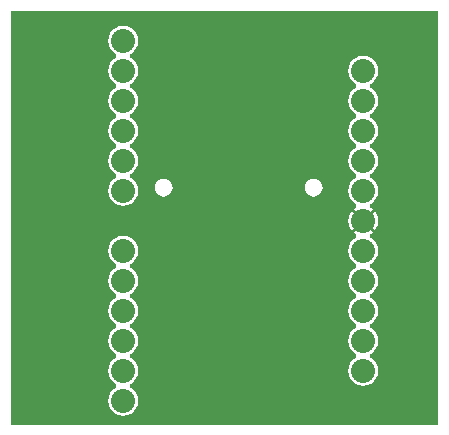
<source format=gbl>
G04*
G04 #@! TF.GenerationSoftware,Altium Limited,Altium Designer,24.9.1 (31)*
G04*
G04 Layer_Physical_Order=2*
G04 Layer_Color=16711680*
%FSLAX44Y44*%
%MOMM*%
G71*
G04*
G04 #@! TF.SameCoordinates,8B15B8A4-CC8F-4B91-B826-D3DC1A653359*
G04*
G04*
G04 #@! TF.FilePolarity,Positive*
G04*
G01*
G75*
%ADD23C,2.0320*%
%ADD24C,0.6096*%
G36*
X361950D02*
X0D01*
Y350520D01*
X361950D01*
Y0D01*
D02*
G37*
%LPC*%
G36*
X256523Y208265D02*
X254555Y208006D01*
X252721Y207246D01*
X251146Y206038D01*
X249937Y204463D01*
X249178Y202628D01*
X248918Y200660D01*
X249178Y198692D01*
X249937Y196857D01*
X251146Y195282D01*
X252721Y194074D01*
X254555Y193314D01*
X256523Y193055D01*
X258492Y193314D01*
X260326Y194074D01*
X261901Y195282D01*
X263110Y196857D01*
X263869Y198692D01*
X264129Y200660D01*
X263869Y202628D01*
X263110Y204463D01*
X261901Y206038D01*
X260326Y207246D01*
X258492Y208006D01*
X256523Y208265D01*
D02*
G37*
G36*
X129523D02*
X127555Y208006D01*
X125721Y207246D01*
X124146Y206038D01*
X122937Y204463D01*
X122178Y202628D01*
X121918Y200660D01*
X122178Y198692D01*
X122937Y196857D01*
X124146Y195282D01*
X125721Y194074D01*
X127555Y193314D01*
X129523Y193055D01*
X131492Y193314D01*
X133326Y194074D01*
X134901Y195282D01*
X136110Y196857D01*
X136869Y198692D01*
X137129Y200660D01*
X136869Y202628D01*
X136110Y204463D01*
X134901Y206038D01*
X133326Y207246D01*
X131492Y208006D01*
X129523Y208265D01*
D02*
G37*
G36*
X95233Y337930D02*
X91918Y337493D01*
X88829Y336213D01*
X86176Y334178D01*
X84140Y331525D01*
X82860Y328435D01*
X82424Y325120D01*
X82860Y321805D01*
X84140Y318715D01*
X86176Y316062D01*
X88829Y314027D01*
X89389Y313795D01*
Y311045D01*
X88829Y310813D01*
X86176Y308778D01*
X84140Y306125D01*
X82860Y303035D01*
X82424Y299720D01*
X82860Y296405D01*
X84140Y293315D01*
X86176Y290662D01*
X88829Y288627D01*
X89389Y288395D01*
Y285645D01*
X88829Y285413D01*
X86176Y283378D01*
X84140Y280725D01*
X82860Y277635D01*
X82424Y274320D01*
X82860Y271005D01*
X84140Y267915D01*
X86176Y265262D01*
X88829Y263227D01*
X89389Y262995D01*
Y260245D01*
X88829Y260013D01*
X86176Y257978D01*
X84140Y255325D01*
X82860Y252235D01*
X82424Y248920D01*
X82860Y245605D01*
X84140Y242515D01*
X86176Y239862D01*
X88829Y237827D01*
X89389Y237595D01*
Y234845D01*
X88829Y234613D01*
X86176Y232578D01*
X84140Y229925D01*
X82860Y226835D01*
X82424Y223520D01*
X82860Y220205D01*
X84140Y217115D01*
X86176Y214462D01*
X88829Y212427D01*
X89389Y212195D01*
Y209445D01*
X88829Y209213D01*
X86176Y207178D01*
X84140Y204525D01*
X82860Y201435D01*
X82424Y198120D01*
X82860Y194805D01*
X84140Y191715D01*
X86176Y189062D01*
X88829Y187027D01*
X91918Y185747D01*
X95233Y185310D01*
X98549Y185747D01*
X101638Y187027D01*
X104291Y189062D01*
X106327Y191715D01*
X107607Y194805D01*
X108043Y198120D01*
X107607Y201435D01*
X106327Y204525D01*
X104291Y207178D01*
X101638Y209213D01*
X101078Y209445D01*
Y212195D01*
X101638Y212427D01*
X104291Y214462D01*
X106327Y217115D01*
X107607Y220205D01*
X108043Y223520D01*
X107607Y226835D01*
X106327Y229925D01*
X104291Y232578D01*
X101638Y234613D01*
X101078Y234845D01*
Y237595D01*
X101638Y237827D01*
X104291Y239862D01*
X106327Y242515D01*
X107607Y245605D01*
X108043Y248920D01*
X107607Y252235D01*
X106327Y255325D01*
X104291Y257978D01*
X101638Y260013D01*
X101078Y260245D01*
Y262995D01*
X101638Y263227D01*
X104291Y265262D01*
X106327Y267915D01*
X107607Y271005D01*
X108043Y274320D01*
X107607Y277635D01*
X106327Y280725D01*
X104291Y283378D01*
X101638Y285413D01*
X101078Y285645D01*
Y288395D01*
X101638Y288627D01*
X104291Y290662D01*
X106327Y293315D01*
X107607Y296405D01*
X108043Y299720D01*
X107607Y303035D01*
X106327Y306125D01*
X104291Y308778D01*
X101638Y310813D01*
X101078Y311045D01*
Y313795D01*
X101638Y314027D01*
X104291Y316062D01*
X106327Y318715D01*
X107607Y321805D01*
X108043Y325120D01*
X107607Y328435D01*
X106327Y331525D01*
X104291Y334178D01*
X101638Y336213D01*
X98549Y337493D01*
X95233Y337930D01*
D02*
G37*
G36*
X298433Y312530D02*
X295118Y312093D01*
X292029Y310813D01*
X289376Y308778D01*
X287340Y306125D01*
X286060Y303035D01*
X285624Y299720D01*
X286060Y296405D01*
X287340Y293315D01*
X289376Y290662D01*
X292029Y288627D01*
X292589Y288395D01*
Y285645D01*
X292029Y285413D01*
X289376Y283378D01*
X287340Y280725D01*
X286060Y277635D01*
X285624Y274320D01*
X286060Y271005D01*
X287340Y267915D01*
X289376Y265262D01*
X292029Y263227D01*
X292589Y262995D01*
Y260245D01*
X292029Y260013D01*
X289376Y257978D01*
X287340Y255325D01*
X286060Y252235D01*
X285624Y248920D01*
X286060Y245605D01*
X287340Y242515D01*
X289376Y239862D01*
X292029Y237827D01*
X292589Y237595D01*
Y234845D01*
X292029Y234613D01*
X289376Y232578D01*
X287340Y229925D01*
X286060Y226835D01*
X285624Y223520D01*
X286060Y220205D01*
X287340Y217115D01*
X289376Y214462D01*
X292029Y212427D01*
X292589Y212195D01*
Y209445D01*
X292029Y209213D01*
X289376Y207178D01*
X287340Y204525D01*
X286060Y201435D01*
X285624Y198120D01*
X286060Y194805D01*
X287340Y191715D01*
X289376Y189062D01*
X292029Y187027D01*
X292589Y186795D01*
Y184045D01*
X292029Y183813D01*
X290392Y182558D01*
X298433Y174516D01*
X306475Y182558D01*
X304838Y183813D01*
X304278Y184045D01*
Y186795D01*
X304838Y187027D01*
X307491Y189062D01*
X309527Y191715D01*
X310807Y194805D01*
X311243Y198120D01*
X310807Y201435D01*
X309527Y204525D01*
X307491Y207178D01*
X304838Y209213D01*
X304278Y209445D01*
Y212195D01*
X304838Y212427D01*
X307491Y214462D01*
X309527Y217115D01*
X310807Y220205D01*
X311243Y223520D01*
X310807Y226835D01*
X309527Y229925D01*
X307491Y232578D01*
X304838Y234613D01*
X304278Y234845D01*
Y237595D01*
X304838Y237827D01*
X307491Y239862D01*
X309527Y242515D01*
X310807Y245605D01*
X311243Y248920D01*
X310807Y252235D01*
X309527Y255325D01*
X307491Y257978D01*
X304838Y260013D01*
X304278Y260245D01*
Y262995D01*
X304838Y263227D01*
X307491Y265262D01*
X309527Y267915D01*
X310807Y271005D01*
X311243Y274320D01*
X310807Y277635D01*
X309527Y280725D01*
X307491Y283378D01*
X304838Y285413D01*
X304278Y285645D01*
Y288395D01*
X304838Y288627D01*
X307491Y290662D01*
X309527Y293315D01*
X310807Y296405D01*
X311243Y299720D01*
X310807Y303035D01*
X309527Y306125D01*
X307491Y308778D01*
X304838Y310813D01*
X301749Y312093D01*
X298433Y312530D01*
D02*
G37*
G36*
X308271Y180762D02*
X300229Y172720D01*
X308271Y164678D01*
X309527Y166315D01*
X310807Y169405D01*
X311243Y172720D01*
X310807Y176035D01*
X309527Y179125D01*
X308271Y180762D01*
D02*
G37*
G36*
X288596Y180762D02*
X287340Y179125D01*
X286060Y176035D01*
X285624Y172720D01*
X286060Y169405D01*
X287340Y166315D01*
X288596Y164678D01*
X296637Y172720D01*
X288596Y180762D01*
D02*
G37*
G36*
X298433Y170924D02*
X290392Y162882D01*
X292029Y161627D01*
X292589Y161395D01*
Y158645D01*
X292029Y158413D01*
X289376Y156378D01*
X287340Y153725D01*
X286060Y150635D01*
X285624Y147320D01*
X286060Y144005D01*
X287340Y140915D01*
X289376Y138262D01*
X292029Y136227D01*
X292589Y135995D01*
Y133245D01*
X292029Y133013D01*
X289376Y130978D01*
X287340Y128325D01*
X286060Y125235D01*
X285624Y121920D01*
X286060Y118605D01*
X287340Y115515D01*
X289376Y112862D01*
X292029Y110827D01*
X292589Y110595D01*
Y107845D01*
X292029Y107613D01*
X289376Y105578D01*
X287340Y102925D01*
X286060Y99835D01*
X285624Y96520D01*
X286060Y93205D01*
X287340Y90115D01*
X289376Y87462D01*
X292029Y85427D01*
X292589Y85195D01*
Y82445D01*
X292029Y82213D01*
X289376Y80178D01*
X287340Y77525D01*
X286060Y74435D01*
X285624Y71120D01*
X286060Y67805D01*
X287340Y64715D01*
X289376Y62062D01*
X292029Y60027D01*
X292589Y59795D01*
Y57045D01*
X292029Y56813D01*
X289376Y54778D01*
X287340Y52125D01*
X286060Y49035D01*
X285624Y45720D01*
X286060Y42405D01*
X287340Y39315D01*
X289376Y36662D01*
X292029Y34627D01*
X295118Y33347D01*
X298433Y32910D01*
X301749Y33347D01*
X304838Y34627D01*
X307491Y36662D01*
X309527Y39315D01*
X310807Y42405D01*
X311243Y45720D01*
X310807Y49035D01*
X309527Y52125D01*
X307491Y54778D01*
X304838Y56813D01*
X304278Y57045D01*
Y59795D01*
X304838Y60027D01*
X307491Y62062D01*
X309527Y64715D01*
X310807Y67805D01*
X311243Y71120D01*
X310807Y74435D01*
X309527Y77525D01*
X307491Y80178D01*
X304838Y82213D01*
X304278Y82445D01*
Y85195D01*
X304838Y85427D01*
X307491Y87462D01*
X309527Y90115D01*
X310807Y93205D01*
X311243Y96520D01*
X310807Y99835D01*
X309527Y102925D01*
X307491Y105578D01*
X304838Y107613D01*
X304278Y107845D01*
Y110595D01*
X304838Y110827D01*
X307491Y112862D01*
X309527Y115515D01*
X310807Y118605D01*
X311243Y121920D01*
X310807Y125235D01*
X309527Y128325D01*
X307491Y130978D01*
X304838Y133013D01*
X304278Y133245D01*
Y135995D01*
X304838Y136227D01*
X307491Y138262D01*
X309527Y140915D01*
X310807Y144005D01*
X311243Y147320D01*
X310807Y150635D01*
X309527Y153725D01*
X307491Y156378D01*
X304838Y158413D01*
X304278Y158645D01*
Y161395D01*
X304838Y161627D01*
X306475Y162882D01*
X298433Y170924D01*
D02*
G37*
G36*
X95233Y160130D02*
X91918Y159693D01*
X88829Y158413D01*
X86176Y156378D01*
X84140Y153725D01*
X82860Y150635D01*
X82424Y147320D01*
X82860Y144005D01*
X84140Y140915D01*
X86176Y138262D01*
X88829Y136227D01*
X89389Y135995D01*
Y133245D01*
X88829Y133013D01*
X86176Y130978D01*
X84140Y128325D01*
X82860Y125235D01*
X82424Y121920D01*
X82860Y118605D01*
X84140Y115515D01*
X86176Y112862D01*
X88829Y110827D01*
X89389Y110595D01*
Y107845D01*
X88829Y107613D01*
X86176Y105578D01*
X84140Y102925D01*
X82860Y99835D01*
X82424Y96520D01*
X82860Y93205D01*
X84140Y90115D01*
X86176Y87462D01*
X88829Y85427D01*
X89389Y85195D01*
Y82445D01*
X88829Y82213D01*
X86176Y80178D01*
X84140Y77525D01*
X82860Y74435D01*
X82424Y71120D01*
X82860Y67805D01*
X84140Y64715D01*
X86176Y62062D01*
X88829Y60027D01*
X89389Y59795D01*
Y57045D01*
X88829Y56813D01*
X86176Y54778D01*
X84140Y52125D01*
X82860Y49035D01*
X82424Y45720D01*
X82860Y42405D01*
X84140Y39315D01*
X86176Y36662D01*
X88829Y34627D01*
X89389Y34395D01*
Y31645D01*
X88829Y31413D01*
X86176Y29378D01*
X84140Y26725D01*
X82860Y23635D01*
X82424Y20320D01*
X82860Y17005D01*
X84140Y13915D01*
X86176Y11262D01*
X88829Y9227D01*
X91918Y7947D01*
X95233Y7510D01*
X98549Y7947D01*
X101638Y9227D01*
X104291Y11262D01*
X106327Y13915D01*
X107607Y17005D01*
X108043Y20320D01*
X107607Y23635D01*
X106327Y26725D01*
X104291Y29378D01*
X101638Y31413D01*
X101078Y31645D01*
Y34395D01*
X101638Y34627D01*
X104291Y36662D01*
X106327Y39315D01*
X107607Y42405D01*
X108043Y45720D01*
X107607Y49035D01*
X106327Y52125D01*
X104291Y54778D01*
X101638Y56813D01*
X101078Y57045D01*
Y59795D01*
X101638Y60027D01*
X104291Y62062D01*
X106327Y64715D01*
X107607Y67805D01*
X108043Y71120D01*
X107607Y74435D01*
X106327Y77525D01*
X104291Y80178D01*
X101638Y82213D01*
X101078Y82445D01*
Y85195D01*
X101638Y85427D01*
X104291Y87462D01*
X106327Y90115D01*
X107607Y93205D01*
X108043Y96520D01*
X107607Y99835D01*
X106327Y102925D01*
X104291Y105578D01*
X101638Y107613D01*
X101078Y107845D01*
Y110595D01*
X101638Y110827D01*
X104291Y112862D01*
X106327Y115515D01*
X107607Y118605D01*
X108043Y121920D01*
X107607Y125235D01*
X106327Y128325D01*
X104291Y130978D01*
X101638Y133013D01*
X101078Y133245D01*
Y135995D01*
X101638Y136227D01*
X104291Y138262D01*
X106327Y140915D01*
X107607Y144005D01*
X108043Y147320D01*
X107607Y150635D01*
X106327Y153725D01*
X104291Y156378D01*
X101638Y158413D01*
X98549Y159693D01*
X95233Y160130D01*
D02*
G37*
%LPD*%
D23*
Y325120D02*
D03*
X298433Y299720D02*
D03*
X95233D02*
D03*
X298433Y274320D02*
D03*
X95233D02*
D03*
X298433Y248920D02*
D03*
X95233D02*
D03*
X298433Y223520D02*
D03*
X95233D02*
D03*
X298433Y198120D02*
D03*
X95233D02*
D03*
X298433Y172720D02*
D03*
X95233Y147320D02*
D03*
X298433D02*
D03*
X95233Y121920D02*
D03*
X298433D02*
D03*
X95233Y96520D02*
D03*
X298433D02*
D03*
X95233Y71120D02*
D03*
X298433D02*
D03*
X95233Y45720D02*
D03*
X298433D02*
D03*
X95233Y20320D02*
D03*
D24*
X180324Y180340D02*
D03*
Y162560D02*
D03*
X205723Y180340D02*
D03*
Y162560D02*
D03*
M02*

</source>
